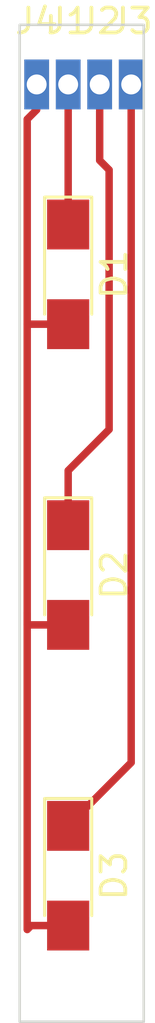
<source format=kicad_pcb>
(kicad_pcb (version 4) (host pcbnew 4.0.7)

  (general
    (links 6)
    (no_connects 0)
    (area 145.951099 109.953599 151.051101 150.053601)
    (thickness 1.6)
    (drawings 4)
    (tracks 18)
    (zones 0)
    (modules 7)
    (nets 5)
  )

  (page A4)
  (layers
    (0 F.Cu signal)
    (31 B.Cu signal)
    (32 B.Adhes user)
    (33 F.Adhes user)
    (34 B.Paste user)
    (35 F.Paste user)
    (36 B.SilkS user)
    (37 F.SilkS user)
    (38 B.Mask user)
    (39 F.Mask user)
    (40 Dwgs.User user)
    (41 Cmts.User user)
    (42 Eco1.User user)
    (43 Eco2.User user)
    (44 Edge.Cuts user)
    (45 Margin user)
    (46 B.CrtYd user)
    (47 F.CrtYd user)
    (48 B.Fab user)
    (49 F.Fab user)
  )

  (setup
    (last_trace_width 0.3)
    (trace_clearance 0.3)
    (zone_clearance 0.508)
    (zone_45_only no)
    (trace_min 0.2)
    (segment_width 0.2)
    (edge_width 0.15)
    (via_size 0.6)
    (via_drill 0.4)
    (via_min_size 0.4)
    (via_min_drill 0.3)
    (uvia_size 0.3)
    (uvia_drill 0.1)
    (uvias_allowed no)
    (uvia_min_size 0.2)
    (uvia_min_drill 0.1)
    (pcb_text_width 0.3)
    (pcb_text_size 1.5 1.5)
    (mod_edge_width 0.15)
    (mod_text_size 1 1)
    (mod_text_width 0.15)
    (pad_size 1 2)
    (pad_drill 0.8001)
    (pad_to_mask_clearance 0.2)
    (aux_axis_origin 0 0)
    (visible_elements FFFFFF7F)
    (pcbplotparams
      (layerselection 0x00030_80000001)
      (usegerberextensions false)
      (excludeedgelayer true)
      (linewidth 0.100000)
      (plotframeref false)
      (viasonmask false)
      (mode 1)
      (useauxorigin false)
      (hpglpennumber 1)
      (hpglpenspeed 20)
      (hpglpendiameter 15)
      (hpglpenoverlay 2)
      (psnegative false)
      (psa4output false)
      (plotreference true)
      (plotvalue true)
      (plotinvisibletext false)
      (padsonsilk false)
      (subtractmaskfromsilk false)
      (outputformat 1)
      (mirror false)
      (drillshape 1)
      (scaleselection 1)
      (outputdirectory ""))
  )

  (net 0 "")
  (net 1 "Net-(D1-Pad1)")
  (net 2 "Net-(D1-Pad2)")
  (net 3 "Net-(D2-Pad1)")
  (net 4 "Net-(D3-Pad1)")

  (net_class Default "This is the default net class."
    (clearance 0.3)
    (trace_width 0.3)
    (via_dia 0.6)
    (via_drill 0.4)
    (uvia_dia 0.3)
    (uvia_drill 0.1)
    (add_net "Net-(D1-Pad1)")
    (add_net "Net-(D1-Pad2)")
    (add_net "Net-(D2-Pad1)")
    (add_net "Net-(D3-Pad1)")
  )

  (module LEDs:LED_1206_HandSoldering (layer F.Cu) (tedit 595FC724) (tstamp 5A89BDB8)
    (at 147.955 120.015 270)
    (descr "LED SMD 1206, hand soldering")
    (tags "LED 1206")
    (path /5A89BBBF)
    (attr smd)
    (fp_text reference D1 (at 0 -1.85 270) (layer F.SilkS)
      (effects (font (size 1 1) (thickness 0.15)))
    )
    (fp_text value LED (at 0 1.9 270) (layer F.Fab)
      (effects (font (size 1 1) (thickness 0.15)))
    )
    (fp_line (start -3.1 -0.95) (end -3.1 0.95) (layer F.SilkS) (width 0.12))
    (fp_line (start -0.4 0) (end 0.2 -0.4) (layer F.Fab) (width 0.1))
    (fp_line (start 0.2 -0.4) (end 0.2 0.4) (layer F.Fab) (width 0.1))
    (fp_line (start 0.2 0.4) (end -0.4 0) (layer F.Fab) (width 0.1))
    (fp_line (start -0.45 -0.4) (end -0.45 0.4) (layer F.Fab) (width 0.1))
    (fp_line (start -1.6 0.8) (end -1.6 -0.8) (layer F.Fab) (width 0.1))
    (fp_line (start 1.6 0.8) (end -1.6 0.8) (layer F.Fab) (width 0.1))
    (fp_line (start 1.6 -0.8) (end 1.6 0.8) (layer F.Fab) (width 0.1))
    (fp_line (start -1.6 -0.8) (end 1.6 -0.8) (layer F.Fab) (width 0.1))
    (fp_line (start -3.1 0.95) (end 1.6 0.95) (layer F.SilkS) (width 0.12))
    (fp_line (start -3.1 -0.95) (end 1.6 -0.95) (layer F.SilkS) (width 0.12))
    (fp_line (start -3.25 -1.11) (end 3.25 -1.11) (layer F.CrtYd) (width 0.05))
    (fp_line (start -3.25 -1.11) (end -3.25 1.1) (layer F.CrtYd) (width 0.05))
    (fp_line (start 3.25 1.1) (end 3.25 -1.11) (layer F.CrtYd) (width 0.05))
    (fp_line (start 3.25 1.1) (end -3.25 1.1) (layer F.CrtYd) (width 0.05))
    (pad 1 smd rect (at -2 0 270) (size 2 1.7) (layers F.Cu F.Paste F.Mask)
      (net 1 "Net-(D1-Pad1)"))
    (pad 2 smd rect (at 2 0 270) (size 2 1.7) (layers F.Cu F.Paste F.Mask)
      (net 2 "Net-(D1-Pad2)"))
    (model ${KISYS3DMOD}/LEDs.3dshapes/LED_1206.wrl
      (at (xyz 0 0 0))
      (scale (xyz 1 1 1))
      (rotate (xyz 0 0 180))
    )
  )

  (module LEDs:LED_1206_HandSoldering (layer F.Cu) (tedit 595FC724) (tstamp 5A89BDBE)
    (at 147.955 132.08 270)
    (descr "LED SMD 1206, hand soldering")
    (tags "LED 1206")
    (path /5A89BC5A)
    (attr smd)
    (fp_text reference D2 (at 0 -1.85 270) (layer F.SilkS)
      (effects (font (size 1 1) (thickness 0.15)))
    )
    (fp_text value LED (at 0 1.9 270) (layer F.Fab)
      (effects (font (size 1 1) (thickness 0.15)))
    )
    (fp_line (start -3.1 -0.95) (end -3.1 0.95) (layer F.SilkS) (width 0.12))
    (fp_line (start -0.4 0) (end 0.2 -0.4) (layer F.Fab) (width 0.1))
    (fp_line (start 0.2 -0.4) (end 0.2 0.4) (layer F.Fab) (width 0.1))
    (fp_line (start 0.2 0.4) (end -0.4 0) (layer F.Fab) (width 0.1))
    (fp_line (start -0.45 -0.4) (end -0.45 0.4) (layer F.Fab) (width 0.1))
    (fp_line (start -1.6 0.8) (end -1.6 -0.8) (layer F.Fab) (width 0.1))
    (fp_line (start 1.6 0.8) (end -1.6 0.8) (layer F.Fab) (width 0.1))
    (fp_line (start 1.6 -0.8) (end 1.6 0.8) (layer F.Fab) (width 0.1))
    (fp_line (start -1.6 -0.8) (end 1.6 -0.8) (layer F.Fab) (width 0.1))
    (fp_line (start -3.1 0.95) (end 1.6 0.95) (layer F.SilkS) (width 0.12))
    (fp_line (start -3.1 -0.95) (end 1.6 -0.95) (layer F.SilkS) (width 0.12))
    (fp_line (start -3.25 -1.11) (end 3.25 -1.11) (layer F.CrtYd) (width 0.05))
    (fp_line (start -3.25 -1.11) (end -3.25 1.1) (layer F.CrtYd) (width 0.05))
    (fp_line (start 3.25 1.1) (end 3.25 -1.11) (layer F.CrtYd) (width 0.05))
    (fp_line (start 3.25 1.1) (end -3.25 1.1) (layer F.CrtYd) (width 0.05))
    (pad 1 smd rect (at -2 0 270) (size 2 1.7) (layers F.Cu F.Paste F.Mask)
      (net 3 "Net-(D2-Pad1)"))
    (pad 2 smd rect (at 2 0 270) (size 2 1.7) (layers F.Cu F.Paste F.Mask)
      (net 2 "Net-(D1-Pad2)"))
    (model ${KISYS3DMOD}/LEDs.3dshapes/LED_1206.wrl
      (at (xyz 0 0 0))
      (scale (xyz 1 1 1))
      (rotate (xyz 0 0 180))
    )
  )

  (module LEDs:LED_1206_HandSoldering (layer F.Cu) (tedit 595FC724) (tstamp 5A89BDC4)
    (at 147.955 144.145 270)
    (descr "LED SMD 1206, hand soldering")
    (tags "LED 1206")
    (path /5A89BD04)
    (attr smd)
    (fp_text reference D3 (at 0 -1.85 270) (layer F.SilkS)
      (effects (font (size 1 1) (thickness 0.15)))
    )
    (fp_text value LED (at 0 1.9 270) (layer F.Fab)
      (effects (font (size 1 1) (thickness 0.15)))
    )
    (fp_line (start -3.1 -0.95) (end -3.1 0.95) (layer F.SilkS) (width 0.12))
    (fp_line (start -0.4 0) (end 0.2 -0.4) (layer F.Fab) (width 0.1))
    (fp_line (start 0.2 -0.4) (end 0.2 0.4) (layer F.Fab) (width 0.1))
    (fp_line (start 0.2 0.4) (end -0.4 0) (layer F.Fab) (width 0.1))
    (fp_line (start -0.45 -0.4) (end -0.45 0.4) (layer F.Fab) (width 0.1))
    (fp_line (start -1.6 0.8) (end -1.6 -0.8) (layer F.Fab) (width 0.1))
    (fp_line (start 1.6 0.8) (end -1.6 0.8) (layer F.Fab) (width 0.1))
    (fp_line (start 1.6 -0.8) (end 1.6 0.8) (layer F.Fab) (width 0.1))
    (fp_line (start -1.6 -0.8) (end 1.6 -0.8) (layer F.Fab) (width 0.1))
    (fp_line (start -3.1 0.95) (end 1.6 0.95) (layer F.SilkS) (width 0.12))
    (fp_line (start -3.1 -0.95) (end 1.6 -0.95) (layer F.SilkS) (width 0.12))
    (fp_line (start -3.25 -1.11) (end 3.25 -1.11) (layer F.CrtYd) (width 0.05))
    (fp_line (start -3.25 -1.11) (end -3.25 1.1) (layer F.CrtYd) (width 0.05))
    (fp_line (start 3.25 1.1) (end 3.25 -1.11) (layer F.CrtYd) (width 0.05))
    (fp_line (start 3.25 1.1) (end -3.25 1.1) (layer F.CrtYd) (width 0.05))
    (pad 1 smd rect (at -2 0 270) (size 2 1.7) (layers F.Cu F.Paste F.Mask)
      (net 4 "Net-(D3-Pad1)"))
    (pad 2 smd rect (at 2 0 270) (size 2 1.7) (layers F.Cu F.Paste F.Mask)
      (net 2 "Net-(D1-Pad2)"))
    (model ${KISYS3DMOD}/LEDs.3dshapes/LED_1206.wrl
      (at (xyz 0 0 0))
      (scale (xyz 1 1 1))
      (rotate (xyz 0 0 180))
    )
  )

  (module Wire_Pads:SolderWirePad_single_0-8mmDrill (layer F.Cu) (tedit 5A89C0E3) (tstamp 5A89BDCF)
    (at 147.955 112.395)
    (path /5A89BD63)
    (fp_text reference J1 (at 0 -2.54) (layer F.SilkS)
      (effects (font (size 1 1) (thickness 0.15)))
    )
    (fp_text value Conn_01x01 (at 0 2.54) (layer F.Fab) hide
      (effects (font (size 1 1) (thickness 0.15)))
    )
    (pad 1 thru_hole rect (at 0 0) (size 1 2) (drill 0.8001) (layers *.Cu *.Mask)
      (net 1 "Net-(D1-Pad1)"))
  )

  (module Wire_Pads:SolderWirePad_single_0-8mmDrill (layer F.Cu) (tedit 5A89C0F1) (tstamp 5A89BDD4)
    (at 149.225 112.395)
    (path /5A89BD8B)
    (fp_text reference J2 (at 0 -2.54) (layer F.SilkS)
      (effects (font (size 1 1) (thickness 0.15)))
    )
    (fp_text value Conn_01x01 (at 0 2.54) (layer F.Fab) hide
      (effects (font (size 1 1) (thickness 0.15)))
    )
    (pad 1 thru_hole rect (at 0 0) (size 1 2) (drill 0.8001) (layers *.Cu *.Mask)
      (net 3 "Net-(D2-Pad1)"))
  )

  (module Wire_Pads:SolderWirePad_single_0-8mmDrill (layer F.Cu) (tedit 5A89C0CD) (tstamp 5A89BDD9)
    (at 150.495 112.395)
    (path /5A89BDBD)
    (fp_text reference J3 (at 0 -2.54) (layer F.SilkS)
      (effects (font (size 1 1) (thickness 0.15)))
    )
    (fp_text value Conn_01x01 (at 0 2.54) (layer F.Fab) hide
      (effects (font (size 1 1) (thickness 0.15)))
    )
    (pad 1 thru_hole rect (at 0 0) (size 1 2) (drill 0.8001) (layers *.Cu *.Mask)
      (net 4 "Net-(D3-Pad1)"))
  )

  (module Wire_Pads:SolderWirePad_single_0-8mmDrill (layer F.Cu) (tedit 5A89C0D8) (tstamp 5A89BDDE)
    (at 146.685 112.395)
    (path /5A89BF4B)
    (fp_text reference J4 (at 0 -2.54) (layer F.SilkS)
      (effects (font (size 1 1) (thickness 0.15)))
    )
    (fp_text value Conn_01x01 (at 0 2.54) (layer F.Fab) hide
      (effects (font (size 1 1) (thickness 0.15)))
    )
    (pad 1 thru_hole rect (at 0 0) (size 1 2) (drill 0.8001) (layers *.Cu *.Mask)
      (net 2 "Net-(D1-Pad2)"))
  )

  (gr_line (start 146.0011 150.0036) (end 146.0011 110.0036) (layer Edge.Cuts) (width 0.1))
  (gr_line (start 151.0011 150.0036) (end 146.0011 150.0036) (layer Edge.Cuts) (width 0.1))
  (gr_line (start 151.0011 110.0036) (end 151.0011 150.0036) (layer Edge.Cuts) (width 0.1))
  (gr_line (start 146.0011 110.0036) (end 151.0011 110.0036) (layer Edge.Cuts) (width 0.1))

  (segment (start 147.955 118.015) (end 147.955 112.395) (width 0.3) (layer F.Cu) (net 1) (status C00000))
  (segment (start 147.955 122.015) (end 146.304 122.015) (width 0.3) (layer F.Cu) (net 2) (status 400000))
  (segment (start 147.955 134.08) (end 146.304 134.08) (width 0.3) (layer F.Cu) (net 2) (status 400000))
  (segment (start 146.304 134.08) (end 146.304 133.604) (width 0.3) (layer F.Cu) (net 2) (tstamp 5A89C264))
  (segment (start 146.685 112.395) (end 146.685 113.411) (width 0.3) (layer F.Cu) (net 2) (status 400000))
  (segment (start 146.463 146.145) (end 147.955 146.145) (width 0.3) (layer F.Cu) (net 2) (tstamp 5A89C254) (status 800000))
  (segment (start 146.304 146.304) (end 146.463 146.145) (width 0.3) (layer F.Cu) (net 2) (tstamp 5A89C252))
  (segment (start 146.304 113.792) (end 146.304 122.015) (width 0.3) (layer F.Cu) (net 2) (tstamp 5A89C248))
  (segment (start 146.304 122.015) (end 146.304 133.604) (width 0.3) (layer F.Cu) (net 2) (tstamp 5A89C270))
  (segment (start 146.304 133.604) (end 146.304 146.304) (width 0.3) (layer F.Cu) (net 2) (tstamp 5A89C269))
  (segment (start 146.685 113.411) (end 146.304 113.792) (width 0.3) (layer F.Cu) (net 2) (tstamp 5A89C243))
  (segment (start 149.225 112.395) (end 149.225 115.443) (width 0.3) (layer F.Cu) (net 3) (status 400000))
  (segment (start 147.955 127.889) (end 147.955 130.08) (width 0.3) (layer F.Cu) (net 3) (tstamp 5A89C291) (status 800000))
  (segment (start 149.606 126.238) (end 147.955 127.889) (width 0.3) (layer F.Cu) (net 3) (tstamp 5A89C28F))
  (segment (start 149.606 115.824) (end 149.606 126.238) (width 0.3) (layer F.Cu) (net 3) (tstamp 5A89C289))
  (segment (start 149.225 115.443) (end 149.606 115.824) (width 0.3) (layer F.Cu) (net 3) (tstamp 5A89C286))
  (segment (start 150.495 112.395) (end 150.495 139.605) (width 0.3) (layer F.Cu) (net 4) (status 400000))
  (segment (start 150.495 139.605) (end 147.955 142.145) (width 0.3) (layer F.Cu) (net 4) (tstamp 5A89C297) (status 800000))

)

</source>
